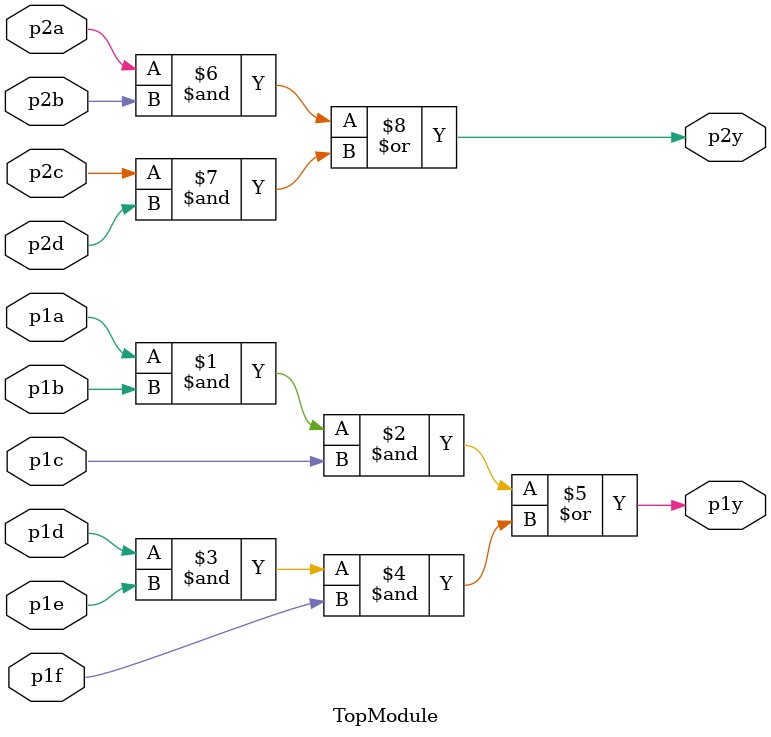
<source format=sv>
module TopModule(
    input logic p1a,  // Single-bit input
    input logic p1b,  // Single-bit input
    input logic p1c,  // Single-bit input
    input logic p1d,  // Single-bit input
    input logic p1e,  // Single-bit input
    input logic p1f,  // Single-bit input
    input logic p2a,  // Single-bit input
    input logic p2b,  // Single-bit input
    input logic p2c,  // Single-bit input
    input logic p2d,  // Single-bit input
    output logic p1y, // Single-bit output
    output logic p2y  // Single-bit output
);

    // Combinational logic for output p1y
    assign p1y = (p1a & p1b & p1c) | (p1d & p1e & p1f);

    // Combinational logic for output p2y
    assign p2y = (p2a & p2b) | (p2c & p2d);

endmodule
</source>
